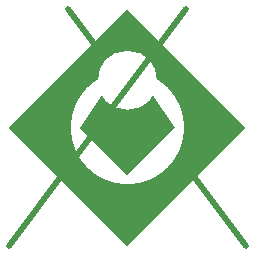
<source format=gbr>
G04 ================================================================================================
Copyright (C) 2025 Tony Luken <tonyluken62+gerberfilereader.gmail.com>

This file is part of GerberFileReader.

GerberFileReader is free software: you can redistribute it and/or modify it under the terms of
the GNU General Public License as published by the Free Software Foundation, either version 3 of
the License, or (at your option) any later version.

GerberFileReader is distributed in the hope that it will be useful, but WITHOUT ANY WARRANTY; 
without even the implied warranty of MERCHANTABILITY or FITNESS FOR A PARTICULAR PURPOSE. See the
GNU General Public License for more details.

You should have received a copy of the GNU General Public License along with GerberFileReader. If
not, see <http://www.gnu.org/licenses/>.
===================================================================================================*

G04 Demonstrates the use of polarity to create holes and that clear polarity erases everything below*
G04 Also demonstrates aperture attributes on regions*
G04 Inspired by the example in section 4.10.4.6 of Ucamco's Gerber Layer Format Specification, Revision 2023.08*

G04 Format specifier and units selection*
%FSLAX26Y26*%
%MOMM*%

G04 Start with linear mode and dark polarity*
G01*
%LPD*%

G04 Define an aperture for drawing lines*
%TAApertureForDrawingLines*%
%ADD21C,0.55*%
%TD*%

G04 Draw a diagonal line beneath everything*
D21*
%TOBottom
Line*% G04 Note that the line break is not part of the attribute name*
X5000000Y20000000D02*
X20000000Y0D01*
%TD*%

G04 First region - big diamond with dark polarity*
%TAMyApertureAttributeWithValue,            Big
Diamond*% G04 Note that the spaces and line break are part of the attribute value*
%TAMyApertureAttributeWithoutValue*%
%LPD*%
G36*
X10000000Y0D02*
X20000000Y10000000D01*
X10000000Y20000000D01*
X0Y10000000D01*
X10000000Y0D01*
G37*
%TD*%

G04 Second region - big circle with clear polarity*
%LPC*%
G36*
G75*
X5200000Y10000000D02*
G03*
X5200000Y10000000I4800000J0D01*
G37*

G04 Third region: small diamond with dark polarity*
%TAMyApertureAttributeWithValue,SmallDiamond*%
%TAMyApertureAttributeWithoutValue2*%
%LPD*%
G01*
G36*
X6000000Y10000000D02*
X10000000Y6000000D01*
X14000000Y10000000D01*
X10000000Y16000000D01*
X6000000Y10000000D01*
G37*
%TD*%

G04 Fourth region - small circle with clear polarity*
%LPC*%
G36*
G75*
X10000000Y11500000D02*
G03*
X10000000Y11500000I0J2500000D01*
G37*

G04 Draw another diagonal line on top of everything*
%LPD*%
G01*
D21*
%TOTopLine*%
X0Y0D02*
X15000000Y20000000D01*
%TD*%

M02*
</source>
